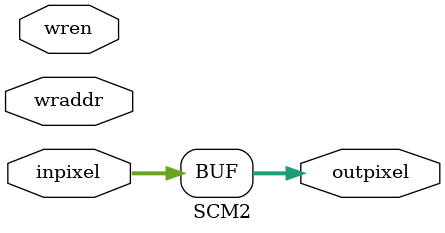
<source format=v>
`timescale 1ns / 1ps


module SCM2(input [5:0]wren, input[6:0]wraddr, input [11:0]inpixel, output reg [11:0] outpixel);
    
    always @*
    begin
        //if (wren[5:0] == 6'b000010)
            outpixel = inpixel;
    end
    
endmodule
</source>
